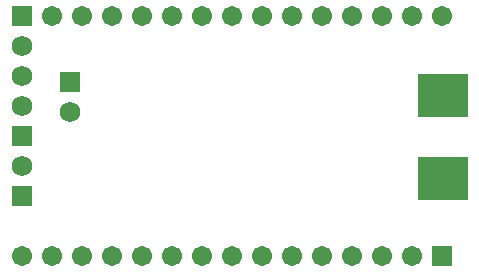
<source format=gbs>
G04 Layer_Color=16711935*
%FSAX25Y25*%
%MOIN*%
G70*
G01*
G75*
%ADD73R,0.16548X0.08674*%
%ADD74C,0.06706*%
%ADD75R,0.06706X0.06706*%
%ADD76R,0.06800X0.06800*%
%ADD77C,0.06800*%
D73*
X0307100Y0187900D02*
D03*
Y0209900D02*
D03*
Y0182168D02*
D03*
Y0215632D02*
D03*
D74*
X0166500Y0159000D02*
D03*
X0176500D02*
D03*
X0186500D02*
D03*
X0196500D02*
D03*
X0206500D02*
D03*
X0216500D02*
D03*
X0226500D02*
D03*
X0236500D02*
D03*
X0246500D02*
D03*
X0256500D02*
D03*
X0266500D02*
D03*
X0276500D02*
D03*
X0286500D02*
D03*
X0296500D02*
D03*
X0306500Y0239000D02*
D03*
X0296500D02*
D03*
X0286500D02*
D03*
X0276500D02*
D03*
X0266500D02*
D03*
X0256500D02*
D03*
X0246500D02*
D03*
X0236500D02*
D03*
X0226500D02*
D03*
X0216500D02*
D03*
X0206500D02*
D03*
X0196500D02*
D03*
X0186500D02*
D03*
X0176500D02*
D03*
D75*
X0306500Y0159000D02*
D03*
X0166500Y0239000D02*
D03*
D76*
X0182500Y0217000D02*
D03*
X0166500Y0199000D02*
D03*
Y0179000D02*
D03*
D77*
X0182500Y0207000D02*
D03*
X0166500Y0229000D02*
D03*
Y0209000D02*
D03*
Y0219000D02*
D03*
Y0189000D02*
D03*
M02*

</source>
